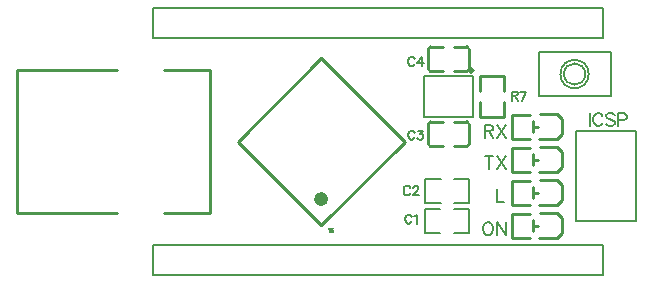
<source format=gto>
G04 Layer: TopSilkLayer*
G04 EasyEDA v6.4.7, 2020-11-07T10:37:38+03:00*
G04 1389fe0e608b4a92a316d8f3135ec2f9,c683d62568ac4463b913f09dc326db1e,10*
G04 Gerber Generator version 0.2*
G04 Scale: 100 percent, Rotated: No, Reflected: No *
G04 Dimensions in millimeters *
G04 leading zeros omitted , absolute positions ,3 integer and 3 decimal *
%FSLAX33Y33*%
%MOMM*%
G90*
D02*

%ADD10C,0.254000*%
%ADD13C,0.299999*%
%ADD14C,0.599999*%
%ADD31C,0.203200*%
%ADD32C,0.202997*%
%ADD33C,0.178003*%
%ADD34C,0.177800*%
%ADD35C,0.199898*%
%ADD36C,0.152400*%

%LPD*%
G54D10*
G01X10835Y11557D02*
G01X17907Y18628D01*
G01X17907Y18628D02*
G01X24978Y11557D01*
G01X24978Y11557D02*
G01X17907Y4485D01*
G01X17906Y4485D02*
G01X10835Y11557D01*
G54D31*
G01X41783Y22860D02*
G01X41783Y22860D01*
G01X41783Y20320D01*
G01X3683Y20320D01*
G01X3683Y22860D01*
G01X5588Y22860D01*
G54D32*
G01X41783Y22860D02*
G01X5588Y22860D01*
G54D31*
G01X41783Y2794D02*
G01X41783Y2794D01*
G01X41783Y254D01*
G01X3683Y254D01*
G01X3683Y2794D01*
G01X5588Y2794D01*
G54D32*
G01X41783Y2794D02*
G01X5588Y2794D01*
G54D33*
G01X36322Y15422D02*
G01X36322Y19126D01*
G01X42418Y15443D02*
G01X42418Y19100D01*
G01X42419Y19122D02*
G01X36319Y19122D01*
G54D34*
G01X36319Y15422D02*
G01X42419Y15422D01*
G54D31*
G01X44577Y12446D02*
G01X39497Y12446D01*
G01X39497Y4826D01*
G01X44577Y4826D01*
G01X44577Y12446D01*
G01X44577Y7577D01*
G54D10*
G01X35624Y8256D02*
G01X34075Y8256D01*
G01X34075Y6224D01*
G01X35624Y6224D01*
G01X36412Y8281D02*
G01X37885Y8281D01*
G01X38291Y7875D01*
G01X38291Y6605D01*
G01X37910Y6224D01*
G01X36386Y6224D01*
G01X35868Y6739D02*
G01X35868Y7739D01*
G01X35967Y7239D02*
G01X36236Y7239D01*
G01X35624Y5462D02*
G01X34075Y5462D01*
G01X34075Y3430D01*
G01X35624Y3430D01*
G01X36412Y5487D02*
G01X37885Y5487D01*
G01X38291Y5081D01*
G01X38291Y3811D01*
G01X37910Y3430D01*
G01X36386Y3430D01*
G01X35868Y3945D02*
G01X35868Y4945D01*
G01X35967Y4445D02*
G01X36236Y4445D01*
G01X35624Y11050D02*
G01X34075Y11050D01*
G01X34075Y9018D01*
G01X35624Y9018D01*
G01X36412Y11075D02*
G01X37885Y11075D01*
G01X38291Y10669D01*
G01X38291Y9399D01*
G01X37910Y9018D01*
G01X36386Y9018D01*
G01X35868Y9533D02*
G01X35868Y10533D01*
G01X35967Y10033D02*
G01X36236Y10033D01*
G01X35624Y13844D02*
G01X34075Y13844D01*
G01X34075Y11812D01*
G01X35624Y11812D01*
G01X36412Y13869D02*
G01X37885Y13869D01*
G01X38291Y13463D01*
G01X38291Y12193D01*
G01X37910Y11812D01*
G01X36386Y11812D01*
G01X35868Y12327D02*
G01X35868Y13327D01*
G01X35967Y12827D02*
G01X36236Y12827D01*
G01X26951Y11391D02*
G01X26951Y12991D01*
G01X30452Y11391D02*
G01X30452Y12992D01*
G01X28202Y13232D02*
G01X27152Y13232D01*
G01X28202Y11151D02*
G01X27152Y11151D01*
G01X29201Y13232D02*
G01X30251Y13232D01*
G01X29201Y11151D02*
G01X30251Y11151D01*
G01X30452Y11372D02*
G01X30452Y11391D01*
G01X30452Y11352D02*
G01X30452Y11391D01*
G01X30452Y13031D02*
G01X30452Y12992D01*
G01X26951Y11352D02*
G01X26951Y11391D01*
G01X26951Y13031D02*
G01X26951Y12991D01*
G01X30452Y19342D02*
G01X30452Y17742D01*
G01X26951Y19342D02*
G01X26951Y17741D01*
G01X29201Y17501D02*
G01X30251Y17501D01*
G01X29201Y19582D02*
G01X30251Y19582D01*
G01X28202Y17501D02*
G01X27152Y17501D01*
G01X28202Y19582D02*
G01X27152Y19582D01*
G01X26951Y19361D02*
G01X26951Y19342D01*
G01X26951Y19381D02*
G01X26951Y19342D01*
G01X26951Y17702D02*
G01X26951Y17741D01*
G01X30452Y19381D02*
G01X30452Y19342D01*
G01X30452Y17702D02*
G01X30452Y17742D01*
G54D35*
G01X29129Y3791D02*
G01X30449Y3791D01*
G01X30449Y5861D01*
G01X29129Y5861D01*
G01X27997Y3791D02*
G01X26677Y3791D01*
G01X26677Y5861D01*
G01X27997Y5861D01*
G01X28020Y8400D02*
G01X26700Y8400D01*
G01X26700Y6330D01*
G01X28020Y6330D01*
G01X29152Y8400D02*
G01X30472Y8400D01*
G01X30472Y6330D01*
G01X29152Y6330D01*
G54D10*
G01X33404Y15866D02*
G01X33404Y17117D01*
G01X31365Y15866D02*
G01X31365Y17117D01*
G01X33404Y14867D02*
G01X33404Y13616D01*
G01X31365Y14867D02*
G01X31365Y13616D01*
G01X33404Y17117D02*
G01X31365Y17117D01*
G01X33404Y13616D02*
G01X31365Y13616D01*
G54D31*
G01X30802Y17066D02*
G01X26602Y17066D01*
G01X26602Y13666D01*
G01X30802Y13666D01*
G01X30802Y17066D01*
G54D10*
G01X633Y5482D02*
G01X-7835Y5482D01*
G01X8464Y5482D02*
G01X4594Y5482D01*
G01X633Y17631D02*
G01X-7835Y17631D01*
G01X8464Y17631D02*
G01X4594Y17631D01*
G01X8464Y17631D02*
G01X8464Y5482D01*
G01X-7835Y17631D02*
G01X-7835Y5482D01*
G54D31*
G01X40640Y13936D02*
G01X40640Y12887D01*
G01X41719Y13688D02*
G01X41671Y13787D01*
G01X41569Y13886D01*
G01X41470Y13936D01*
G01X41269Y13936D01*
G01X41170Y13886D01*
G01X41069Y13787D01*
G01X41021Y13688D01*
G01X40970Y13538D01*
G01X40970Y13286D01*
G01X41021Y13136D01*
G01X41069Y13037D01*
G01X41170Y12936D01*
G01X41269Y12887D01*
G01X41470Y12887D01*
G01X41569Y12936D01*
G01X41671Y13037D01*
G01X41719Y13136D01*
G01X42750Y13787D02*
G01X42649Y13886D01*
G01X42499Y13936D01*
G01X42301Y13936D01*
G01X42148Y13886D01*
G01X42049Y13787D01*
G01X42049Y13688D01*
G01X42100Y13586D01*
G01X42148Y13538D01*
G01X42250Y13487D01*
G01X42550Y13385D01*
G01X42649Y13337D01*
G01X42699Y13286D01*
G01X42750Y13187D01*
G01X42750Y13037D01*
G01X42649Y12936D01*
G01X42499Y12887D01*
G01X42301Y12887D01*
G01X42148Y12936D01*
G01X42049Y13037D01*
G01X43080Y13936D02*
G01X43080Y12887D01*
G01X43080Y13936D02*
G01X43530Y13936D01*
G01X43680Y13886D01*
G01X43731Y13837D01*
G01X43779Y13736D01*
G01X43779Y13586D01*
G01X43731Y13487D01*
G01X43680Y13436D01*
G01X43530Y13385D01*
G01X43080Y13385D01*
G54D36*
G01X31750Y12964D02*
G01X31750Y11874D01*
G01X31750Y12964D02*
G01X32217Y12964D01*
G01X32372Y12913D01*
G01X32425Y12860D01*
G01X32476Y12755D01*
G01X32476Y12651D01*
G01X32425Y12547D01*
G01X32372Y12496D01*
G01X32217Y12446D01*
G01X31750Y12446D01*
G01X32113Y12446D02*
G01X32476Y11874D01*
G01X32819Y12964D02*
G01X33548Y11874D01*
G01X33548Y12964D02*
G01X32819Y11874D01*
G01X31935Y4709D02*
G01X31831Y4658D01*
G01X31727Y4554D01*
G01X31673Y4450D01*
G01X31623Y4292D01*
G01X31623Y4033D01*
G01X31673Y3878D01*
G01X31727Y3774D01*
G01X31831Y3670D01*
G01X31935Y3619D01*
G01X32143Y3619D01*
G01X32245Y3670D01*
G01X32349Y3774D01*
G01X32402Y3878D01*
G01X32453Y4033D01*
G01X32453Y4292D01*
G01X32402Y4450D01*
G01X32349Y4554D01*
G01X32245Y4658D01*
G01X32143Y4709D01*
G01X31935Y4709D01*
G01X32796Y4709D02*
G01X32796Y3619D01*
G01X32796Y4709D02*
G01X33525Y3619D01*
G01X33525Y4709D02*
G01X33525Y3619D01*
G01X32766Y7503D02*
G01X32766Y6413D01*
G01X32766Y6413D02*
G01X33388Y6413D01*
G01X32113Y10297D02*
G01X32113Y9207D01*
G01X31750Y10297D02*
G01X32476Y10297D01*
G01X32819Y10297D02*
G01X33548Y9207D01*
G01X33548Y10297D02*
G01X32819Y9207D01*
G01X25819Y12308D02*
G01X25781Y12382D01*
G01X25709Y12456D01*
G01X25636Y12491D01*
G01X25491Y12491D01*
G01X25417Y12456D01*
G01X25346Y12382D01*
G01X25308Y12308D01*
G01X25273Y12199D01*
G01X25273Y12019D01*
G01X25308Y11910D01*
G01X25346Y11836D01*
G01X25417Y11762D01*
G01X25491Y11727D01*
G01X25636Y11727D01*
G01X25709Y11762D01*
G01X25781Y11836D01*
G01X25819Y11910D01*
G01X26131Y12491D02*
G01X26530Y12491D01*
G01X26311Y12199D01*
G01X26421Y12199D01*
G01X26494Y12164D01*
G01X26530Y12128D01*
G01X26568Y12019D01*
G01X26568Y11945D01*
G01X26530Y11836D01*
G01X26459Y11762D01*
G01X26349Y11727D01*
G01X26240Y11727D01*
G01X26131Y11762D01*
G01X26095Y11800D01*
G01X26057Y11871D01*
G01X25819Y18531D02*
G01X25781Y18605D01*
G01X25709Y18679D01*
G01X25636Y18714D01*
G01X25491Y18714D01*
G01X25417Y18679D01*
G01X25346Y18605D01*
G01X25308Y18531D01*
G01X25273Y18422D01*
G01X25273Y18242D01*
G01X25308Y18133D01*
G01X25346Y18059D01*
G01X25417Y17985D01*
G01X25491Y17950D01*
G01X25636Y17950D01*
G01X25709Y17985D01*
G01X25781Y18059D01*
G01X25819Y18133D01*
G01X26421Y18714D02*
G01X26057Y18204D01*
G01X26603Y18204D01*
G01X26421Y18714D02*
G01X26421Y17950D01*
G01X25565Y5196D02*
G01X25527Y5270D01*
G01X25455Y5344D01*
G01X25382Y5379D01*
G01X25237Y5379D01*
G01X25163Y5344D01*
G01X25092Y5270D01*
G01X25054Y5196D01*
G01X25019Y5087D01*
G01X25019Y4907D01*
G01X25054Y4798D01*
G01X25092Y4724D01*
G01X25163Y4650D01*
G01X25237Y4615D01*
G01X25382Y4615D01*
G01X25455Y4650D01*
G01X25527Y4724D01*
G01X25565Y4798D01*
G01X25803Y5234D02*
G01X25877Y5270D01*
G01X25986Y5379D01*
G01X25986Y4615D01*
G01X25438Y7609D02*
G01X25400Y7683D01*
G01X25328Y7757D01*
G01X25255Y7792D01*
G01X25110Y7792D01*
G01X25036Y7757D01*
G01X24965Y7683D01*
G01X24927Y7609D01*
G01X24892Y7500D01*
G01X24892Y7320D01*
G01X24927Y7211D01*
G01X24965Y7137D01*
G01X25036Y7063D01*
G01X25110Y7028D01*
G01X25255Y7028D01*
G01X25328Y7063D01*
G01X25400Y7137D01*
G01X25438Y7211D01*
G01X25714Y7609D02*
G01X25714Y7647D01*
G01X25750Y7719D01*
G01X25786Y7757D01*
G01X25859Y7792D01*
G01X26004Y7792D01*
G01X26078Y7757D01*
G01X26113Y7719D01*
G01X26149Y7647D01*
G01X26149Y7574D01*
G01X26113Y7500D01*
G01X26040Y7391D01*
G01X25676Y7028D01*
G01X26187Y7028D01*
G01X34036Y15793D02*
G01X34036Y15029D01*
G01X34036Y15793D02*
G01X34363Y15793D01*
G01X34472Y15758D01*
G01X34508Y15720D01*
G01X34544Y15648D01*
G01X34544Y15575D01*
G01X34508Y15501D01*
G01X34472Y15466D01*
G01X34363Y15430D01*
G01X34036Y15430D01*
G01X34290Y15430D02*
G01X34544Y15029D01*
G01X35293Y15793D02*
G01X34930Y15029D01*
G01X34785Y15793D02*
G01X35293Y15793D01*
G54D14*
G75*
G01X17695Y6891D02*
G03X17699Y6894I213J-211D01*
G01*
G54D13*
G75*
G01X18651Y4132D02*
G03X18652Y4134I107J-105D01*
G01*
G54D10*
G75*
G01X30252Y11152D02*
G03X30452Y11352I0J200D01*
G01*
G75*
G01X30252Y13232D02*
G02X30452Y13032I0J-200D01*
G01*
G75*
G01X27152Y11152D02*
G02X26952Y11352I0J200D01*
G01*
G75*
G01X27152Y13232D02*
G03X26952Y13032I0J-200D01*
G01*
G75*
G01X27152Y19582D02*
G03X26952Y19382I0J-200D01*
G01*
G75*
G01X27152Y17502D02*
G02X26952Y17702I0J200D01*
G01*
G75*
G01X30252Y19582D02*
G02X30452Y19382I0J-200D01*
G01*
G75*
G01X30252Y17502D02*
G03X30452Y17702I0J200D01*
G01*
G54D13*
G75*
G01X30602Y17417D02*
G03X30599Y17417I0J150D01*
G01*
G54D33*
G75*
G01X40570Y17272D02*
G03X40570Y17272I-1200J0D01*
G01*
G75*
G01X40271Y17272D02*
G03X40271Y17272I-901J0D01*
G01*
M00*
M02*

</source>
